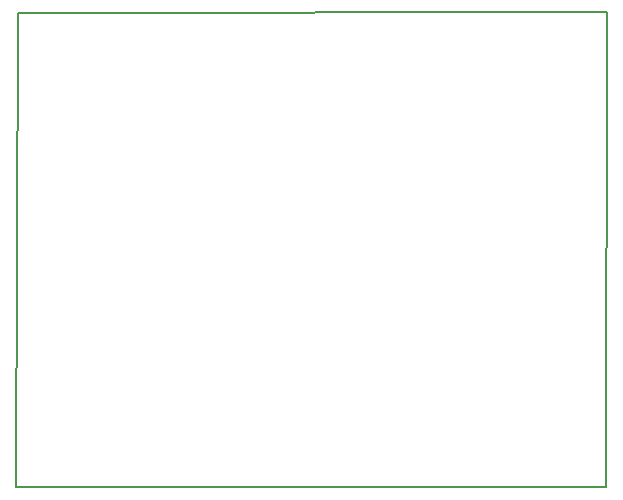
<source format=gbr>
G04 #@! TF.GenerationSoftware,KiCad,Pcbnew,(5.1.10)-1*
G04 #@! TF.CreationDate,2022-01-29T16:50:28-03:00*
G04 #@! TF.ProjectId,CPL,43504c2e-6b69-4636-9164-5f7063625858,rev?*
G04 #@! TF.SameCoordinates,Original*
G04 #@! TF.FileFunction,Profile,NP*
%FSLAX46Y46*%
G04 Gerber Fmt 4.6, Leading zero omitted, Abs format (unit mm)*
G04 Created by KiCad (PCBNEW (5.1.10)-1) date 2022-01-29 16:50:28*
%MOMM*%
%LPD*%
G01*
G04 APERTURE LIST*
G04 #@! TA.AperFunction,Profile*
%ADD10C,0.150000*%
G04 #@! TD*
G04 APERTURE END LIST*
D10*
X137695940Y-98823780D02*
X137492740Y-139011760D01*
X187492740Y-139011760D02*
X137492740Y-139011760D01*
X137695940Y-98823780D02*
X187576460Y-98806000D01*
X187492740Y-139011760D02*
X187576460Y-98806000D01*
M02*

</source>
